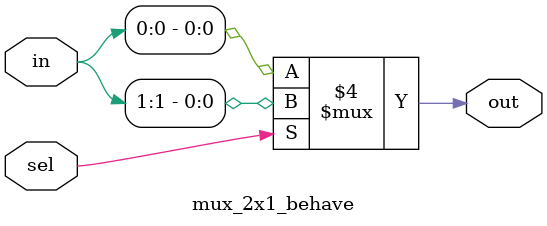
<source format=sv>
module mux_2x1_behave(
  input logic[1:0] in, 
  input logic sel, 
  output logic out
); 
  always @(sel or in)
  begin
     if(sel == 0)
        out = in[0];
     else
       out = in[1]; 
  end
endmodule
 


</source>
